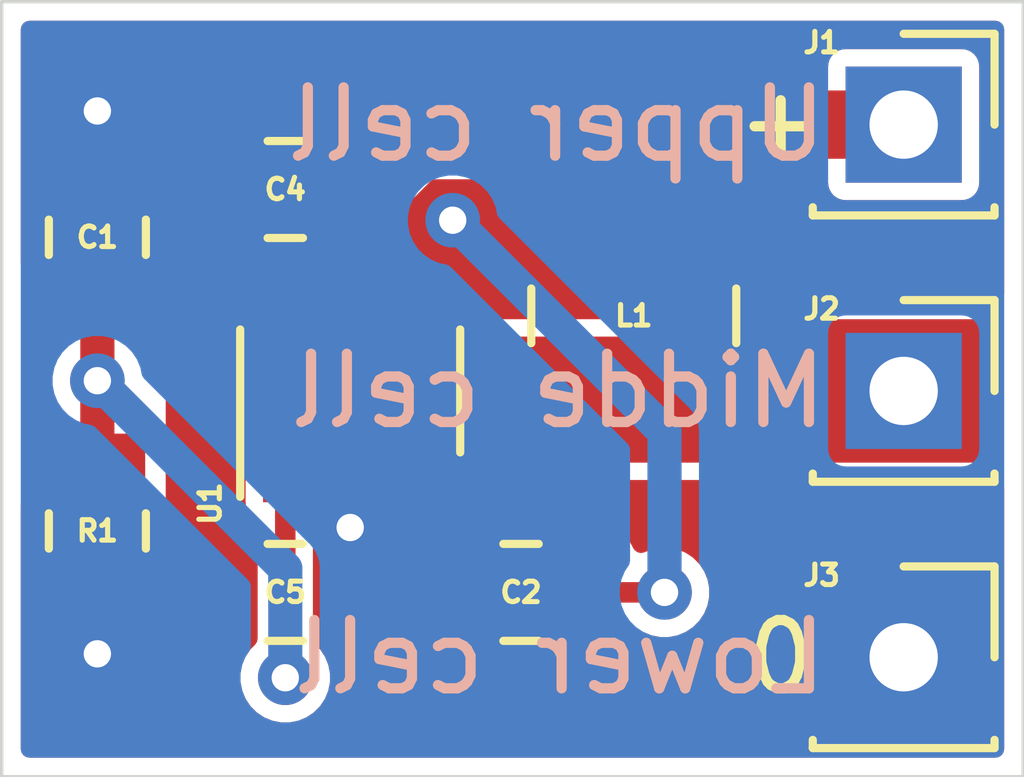
<source format=kicad_pcb>
(kicad_pcb (version 20171130) (host pcbnew 5.1.5+dfsg1-2build2)

  (general
    (thickness 1.6)
    (drawings 9)
    (tracks 22)
    (zones 0)
    (modules 10)
    (nets 7)
  )

  (page A4)
  (layers
    (0 F.Cu signal)
    (31 B.Cu signal)
    (32 B.Adhes user)
    (33 F.Adhes user)
    (34 B.Paste user)
    (35 F.Paste user)
    (36 B.SilkS user)
    (37 F.SilkS user)
    (38 B.Mask user)
    (39 F.Mask user)
    (40 Dwgs.User user)
    (41 Cmts.User user)
    (42 Eco1.User user)
    (43 Eco2.User user)
    (44 Edge.Cuts user)
    (45 Margin user)
    (46 B.CrtYd user)
    (47 F.CrtYd user)
    (48 B.Fab user hide)
    (49 F.Fab user hide)
  )

  (setup
    (last_trace_width 1)
    (user_trace_width 0.3)
    (user_trace_width 0.5)
    (user_trace_width 0.7)
    (user_trace_width 1)
    (user_trace_width 2)
    (trace_clearance 0.2)
    (zone_clearance 0.254)
    (zone_45_only no)
    (trace_min 0.2)
    (via_size 0.8)
    (via_drill 0.4)
    (via_min_size 0.4)
    (via_min_drill 0.3)
    (uvia_size 0.3)
    (uvia_drill 0.1)
    (uvias_allowed no)
    (uvia_min_size 0.2)
    (uvia_min_drill 0.1)
    (edge_width 0.05)
    (segment_width 0.2)
    (pcb_text_width 0.3)
    (pcb_text_size 1.5 1.5)
    (mod_edge_width 0.12)
    (mod_text_size 1 1)
    (mod_text_width 0.15)
    (pad_size 1.524 1.524)
    (pad_drill 0.762)
    (pad_to_mask_clearance 0.051)
    (solder_mask_min_width 0.25)
    (aux_axis_origin 0 0)
    (visible_elements FFFFFF7F)
    (pcbplotparams
      (layerselection 0x010f0_ffffffff)
      (usegerberextensions false)
      (usegerberattributes false)
      (usegerberadvancedattributes false)
      (creategerberjobfile false)
      (excludeedgelayer true)
      (linewidth 0.100000)
      (plotframeref false)
      (viasonmask false)
      (mode 1)
      (useauxorigin false)
      (hpglpennumber 1)
      (hpglpenspeed 20)
      (hpglpendiameter 15.000000)
      (psnegative false)
      (psa4output false)
      (plotreference true)
      (plotvalue true)
      (plotinvisibletext false)
      (padsonsilk false)
      (subtractmaskfromsilk false)
      (outputformat 1)
      (mirror false)
      (drillshape 0)
      (scaleselection 1)
      (outputdirectory "output/"))
  )

  (net 0 "")
  (net 1 "Net-(C1-Pad1)")
  (net 2 GND)
  (net 3 "Net-(C2-Pad2)")
  (net 4 "Net-(C2-Pad1)")
  (net 5 /UpperCell+)
  (net 6 /Middle)

  (net_class Default "This is the default net class."
    (clearance 0.2)
    (trace_width 0.25)
    (via_dia 0.8)
    (via_drill 0.4)
    (uvia_dia 0.3)
    (uvia_drill 0.1)
    (add_net /Middle)
    (add_net /UpperCell+)
    (add_net GND)
    (add_net "Net-(C1-Pad1)")
    (add_net "Net-(C2-Pad1)")
    (add_net "Net-(C2-Pad2)")
  )

  (module Capacitor_SMD:C_0805_2012Metric (layer F.Cu) (tedit 5B36C52B) (tstamp 630CCC29)
    (at 51.9 52.9 90)
    (descr "Capacitor SMD 0805 (2012 Metric), square (rectangular) end terminal, IPC_7351 nominal, (Body size source: https://docs.google.com/spreadsheets/d/1BsfQQcO9C6DZCsRaXUlFlo91Tg2WpOkGARC1WS5S8t0/edit?usp=sharing), generated with kicad-footprint-generator")
    (tags capacitor)
    (path /630C8BDC)
    (attr smd)
    (fp_text reference C1 (at 0 0 180) (layer F.SilkS)
      (effects (font (size 0.3 0.3) (thickness 0.075)))
    )
    (fp_text value 10n (at 0 1.65 90) (layer F.Fab)
      (effects (font (size 1 1) (thickness 0.15)))
    )
    (fp_line (start -1 0.6) (end -1 -0.6) (layer F.Fab) (width 0.1))
    (fp_line (start -1 -0.6) (end 1 -0.6) (layer F.Fab) (width 0.1))
    (fp_line (start 1 -0.6) (end 1 0.6) (layer F.Fab) (width 0.1))
    (fp_line (start 1 0.6) (end -1 0.6) (layer F.Fab) (width 0.1))
    (fp_line (start -0.258578 -0.71) (end 0.258578 -0.71) (layer F.SilkS) (width 0.12))
    (fp_line (start -0.258578 0.71) (end 0.258578 0.71) (layer F.SilkS) (width 0.12))
    (fp_line (start -1.68 0.95) (end -1.68 -0.95) (layer F.CrtYd) (width 0.05))
    (fp_line (start -1.68 -0.95) (end 1.68 -0.95) (layer F.CrtYd) (width 0.05))
    (fp_line (start 1.68 -0.95) (end 1.68 0.95) (layer F.CrtYd) (width 0.05))
    (fp_line (start 1.68 0.95) (end -1.68 0.95) (layer F.CrtYd) (width 0.05))
    (fp_text user %R (at 0 0 90) (layer F.Fab)
      (effects (font (size 0.5 0.5) (thickness 0.08)))
    )
    (pad 1 smd roundrect (at -0.9375 0 90) (size 0.975 1.4) (layers F.Cu F.Paste F.Mask) (roundrect_rratio 0.25)
      (net 1 "Net-(C1-Pad1)"))
    (pad 2 smd roundrect (at 0.9375 0 90) (size 0.975 1.4) (layers F.Cu F.Paste F.Mask) (roundrect_rratio 0.25)
      (net 2 GND))
    (model ${KISYS3DMOD}/Capacitor_SMD.3dshapes/C_0805_2012Metric.wrl
      (at (xyz 0 0 0))
      (scale (xyz 1 1 1))
      (rotate (xyz 0 0 0))
    )
  )

  (module Capacitor_SMD:C_0805_2012Metric (layer F.Cu) (tedit 5B36C52B) (tstamp 630CCC3A)
    (at 58.1 58.1 180)
    (descr "Capacitor SMD 0805 (2012 Metric), square (rectangular) end terminal, IPC_7351 nominal, (Body size source: https://docs.google.com/spreadsheets/d/1BsfQQcO9C6DZCsRaXUlFlo91Tg2WpOkGARC1WS5S8t0/edit?usp=sharing), generated with kicad-footprint-generator")
    (tags capacitor)
    (path /630CD265)
    (attr smd)
    (fp_text reference C2 (at 0 0) (layer F.SilkS)
      (effects (font (size 0.3 0.3) (thickness 0.075)))
    )
    (fp_text value 10n (at 0 1.65) (layer F.Fab)
      (effects (font (size 1 1) (thickness 0.15)))
    )
    (fp_text user %R (at 0 0) (layer F.Fab)
      (effects (font (size 0.5 0.5) (thickness 0.08)))
    )
    (fp_line (start 1.68 0.95) (end -1.68 0.95) (layer F.CrtYd) (width 0.05))
    (fp_line (start 1.68 -0.95) (end 1.68 0.95) (layer F.CrtYd) (width 0.05))
    (fp_line (start -1.68 -0.95) (end 1.68 -0.95) (layer F.CrtYd) (width 0.05))
    (fp_line (start -1.68 0.95) (end -1.68 -0.95) (layer F.CrtYd) (width 0.05))
    (fp_line (start -0.258578 0.71) (end 0.258578 0.71) (layer F.SilkS) (width 0.12))
    (fp_line (start -0.258578 -0.71) (end 0.258578 -0.71) (layer F.SilkS) (width 0.12))
    (fp_line (start 1 0.6) (end -1 0.6) (layer F.Fab) (width 0.1))
    (fp_line (start 1 -0.6) (end 1 0.6) (layer F.Fab) (width 0.1))
    (fp_line (start -1 -0.6) (end 1 -0.6) (layer F.Fab) (width 0.1))
    (fp_line (start -1 0.6) (end -1 -0.6) (layer F.Fab) (width 0.1))
    (pad 2 smd roundrect (at 0.9375 0 180) (size 0.975 1.4) (layers F.Cu F.Paste F.Mask) (roundrect_rratio 0.25)
      (net 3 "Net-(C2-Pad2)"))
    (pad 1 smd roundrect (at -0.9375 0 180) (size 0.975 1.4) (layers F.Cu F.Paste F.Mask) (roundrect_rratio 0.25)
      (net 4 "Net-(C2-Pad1)"))
    (model ${KISYS3DMOD}/Capacitor_SMD.3dshapes/C_0805_2012Metric.wrl
      (at (xyz 0 0 0))
      (scale (xyz 1 1 1))
      (rotate (xyz 0 0 0))
    )
  )

  (module Capacitor_SMD:C_0805_2012Metric (layer F.Cu) (tedit 5B36C52B) (tstamp 630CCC5C)
    (at 54.65 52.2 180)
    (descr "Capacitor SMD 0805 (2012 Metric), square (rectangular) end terminal, IPC_7351 nominal, (Body size source: https://docs.google.com/spreadsheets/d/1BsfQQcO9C6DZCsRaXUlFlo91Tg2WpOkGARC1WS5S8t0/edit?usp=sharing), generated with kicad-footprint-generator")
    (tags capacitor)
    (path /630D02F7)
    (attr smd)
    (fp_text reference C4 (at 0 0) (layer F.SilkS)
      (effects (font (size 0.3 0.3) (thickness 0.075)))
    )
    (fp_text value 3.3u (at 0 1.65) (layer F.Fab)
      (effects (font (size 1 1) (thickness 0.15)))
    )
    (fp_line (start -1 0.6) (end -1 -0.6) (layer F.Fab) (width 0.1))
    (fp_line (start -1 -0.6) (end 1 -0.6) (layer F.Fab) (width 0.1))
    (fp_line (start 1 -0.6) (end 1 0.6) (layer F.Fab) (width 0.1))
    (fp_line (start 1 0.6) (end -1 0.6) (layer F.Fab) (width 0.1))
    (fp_line (start -0.258578 -0.71) (end 0.258578 -0.71) (layer F.SilkS) (width 0.12))
    (fp_line (start -0.258578 0.71) (end 0.258578 0.71) (layer F.SilkS) (width 0.12))
    (fp_line (start -1.68 0.95) (end -1.68 -0.95) (layer F.CrtYd) (width 0.05))
    (fp_line (start -1.68 -0.95) (end 1.68 -0.95) (layer F.CrtYd) (width 0.05))
    (fp_line (start 1.68 -0.95) (end 1.68 0.95) (layer F.CrtYd) (width 0.05))
    (fp_line (start 1.68 0.95) (end -1.68 0.95) (layer F.CrtYd) (width 0.05))
    (fp_text user %R (at 0 0) (layer F.Fab)
      (effects (font (size 0.5 0.5) (thickness 0.08)))
    )
    (pad 1 smd roundrect (at -0.9375 0 180) (size 0.975 1.4) (layers F.Cu F.Paste F.Mask) (roundrect_rratio 0.25)
      (net 5 /UpperCell+))
    (pad 2 smd roundrect (at 0.9375 0 180) (size 0.975 1.4) (layers F.Cu F.Paste F.Mask) (roundrect_rratio 0.25)
      (net 6 /Middle))
    (model ${KISYS3DMOD}/Capacitor_SMD.3dshapes/C_0805_2012Metric.wrl
      (at (xyz 0 0 0))
      (scale (xyz 1 1 1))
      (rotate (xyz 0 0 0))
    )
  )

  (module Capacitor_SMD:C_0805_2012Metric (layer F.Cu) (tedit 5B36C52B) (tstamp 630CCC6D)
    (at 54.65 58.1)
    (descr "Capacitor SMD 0805 (2012 Metric), square (rectangular) end terminal, IPC_7351 nominal, (Body size source: https://docs.google.com/spreadsheets/d/1BsfQQcO9C6DZCsRaXUlFlo91Tg2WpOkGARC1WS5S8t0/edit?usp=sharing), generated with kicad-footprint-generator")
    (tags capacitor)
    (path /630CFCF2)
    (attr smd)
    (fp_text reference C5 (at 0 0) (layer F.SilkS)
      (effects (font (size 0.3 0.3) (thickness 0.075)))
    )
    (fp_text value 3.3u (at 0 1.65) (layer F.Fab)
      (effects (font (size 1 1) (thickness 0.15)))
    )
    (fp_text user %R (at 0 0) (layer F.Fab)
      (effects (font (size 0.5 0.5) (thickness 0.08)))
    )
    (fp_line (start 1.68 0.95) (end -1.68 0.95) (layer F.CrtYd) (width 0.05))
    (fp_line (start 1.68 -0.95) (end 1.68 0.95) (layer F.CrtYd) (width 0.05))
    (fp_line (start -1.68 -0.95) (end 1.68 -0.95) (layer F.CrtYd) (width 0.05))
    (fp_line (start -1.68 0.95) (end -1.68 -0.95) (layer F.CrtYd) (width 0.05))
    (fp_line (start -0.258578 0.71) (end 0.258578 0.71) (layer F.SilkS) (width 0.12))
    (fp_line (start -0.258578 -0.71) (end 0.258578 -0.71) (layer F.SilkS) (width 0.12))
    (fp_line (start 1 0.6) (end -1 0.6) (layer F.Fab) (width 0.1))
    (fp_line (start 1 -0.6) (end 1 0.6) (layer F.Fab) (width 0.1))
    (fp_line (start -1 -0.6) (end 1 -0.6) (layer F.Fab) (width 0.1))
    (fp_line (start -1 0.6) (end -1 -0.6) (layer F.Fab) (width 0.1))
    (pad 2 smd roundrect (at 0.9375 0) (size 0.975 1.4) (layers F.Cu F.Paste F.Mask) (roundrect_rratio 0.25)
      (net 2 GND))
    (pad 1 smd roundrect (at -0.9375 0) (size 0.975 1.4) (layers F.Cu F.Paste F.Mask) (roundrect_rratio 0.25)
      (net 6 /Middle))
    (model ${KISYS3DMOD}/Capacitor_SMD.3dshapes/C_0805_2012Metric.wrl
      (at (xyz 0 0 0))
      (scale (xyz 1 1 1))
      (rotate (xyz 0 0 0))
    )
  )

  (module Connector_PinSocket_2.54mm:PinSocket_1x01_P2.54mm_Vertical (layer F.Cu) (tedit 5A19A434) (tstamp 630CCC81)
    (at 63.7 51.25)
    (descr "Through hole straight socket strip, 1x01, 2.54mm pitch, single row (from Kicad 4.0.7), script generated")
    (tags "Through hole socket strip THT 1x01 2.54mm single row")
    (path /630D8C47)
    (fp_text reference J1 (at -1.2 -1.2) (layer F.SilkS)
      (effects (font (size 0.3 0.3) (thickness 0.075)))
    )
    (fp_text value Conn_01x01 (at 0 2.77) (layer F.Fab)
      (effects (font (size 1 1) (thickness 0.15)))
    )
    (fp_line (start -1.27 -1.27) (end 0.635 -1.27) (layer F.Fab) (width 0.1))
    (fp_line (start 0.635 -1.27) (end 1.27 -0.635) (layer F.Fab) (width 0.1))
    (fp_line (start 1.27 -0.635) (end 1.27 1.27) (layer F.Fab) (width 0.1))
    (fp_line (start 1.27 1.27) (end -1.27 1.27) (layer F.Fab) (width 0.1))
    (fp_line (start -1.27 1.27) (end -1.27 -1.27) (layer F.Fab) (width 0.1))
    (fp_line (start -1.33 1.33) (end 1.33 1.33) (layer F.SilkS) (width 0.12))
    (fp_line (start -1.33 1.21) (end -1.33 1.33) (layer F.SilkS) (width 0.12))
    (fp_line (start 1.33 1.21) (end 1.33 1.33) (layer F.SilkS) (width 0.12))
    (fp_line (start 1.33 -1.33) (end 1.33 0) (layer F.SilkS) (width 0.12))
    (fp_line (start 0 -1.33) (end 1.33 -1.33) (layer F.SilkS) (width 0.12))
    (fp_line (start -1.8 -1.8) (end 1.75 -1.8) (layer F.CrtYd) (width 0.05))
    (fp_line (start 1.75 -1.8) (end 1.75 1.75) (layer F.CrtYd) (width 0.05))
    (fp_line (start 1.75 1.75) (end -1.8 1.75) (layer F.CrtYd) (width 0.05))
    (fp_line (start -1.8 1.75) (end -1.8 -1.8) (layer F.CrtYd) (width 0.05))
    (fp_text user %R (at 0 0) (layer F.Fab)
      (effects (font (size 1 1) (thickness 0.15)))
    )
    (pad 1 thru_hole rect (at 0 0) (size 1.7 1.7) (drill 1) (layers *.Cu *.Mask)
      (net 5 /UpperCell+))
    (model ${KISYS3DMOD}/Connector_PinSocket_2.54mm.3dshapes/PinSocket_1x01_P2.54mm_Vertical.wrl
      (at (xyz 0 0 0))
      (scale (xyz 1 1 1))
      (rotate (xyz 0 0 0))
    )
  )

  (module Connector_PinSocket_2.54mm:PinSocket_1x01_P2.54mm_Vertical (layer F.Cu) (tedit 5A19A434) (tstamp 630CCC95)
    (at 63.7 55.15)
    (descr "Through hole straight socket strip, 1x01, 2.54mm pitch, single row (from Kicad 4.0.7), script generated")
    (tags "Through hole socket strip THT 1x01 2.54mm single row")
    (path /630D91F5)
    (fp_text reference J2 (at -1.2 -1.2) (layer F.SilkS)
      (effects (font (size 0.3 0.3) (thickness 0.075)))
    )
    (fp_text value Conn_01x01 (at 0 2.77) (layer F.Fab)
      (effects (font (size 1 1) (thickness 0.15)))
    )
    (fp_text user %R (at 0 0) (layer F.Fab)
      (effects (font (size 1 1) (thickness 0.15)))
    )
    (fp_line (start -1.8 1.75) (end -1.8 -1.8) (layer F.CrtYd) (width 0.05))
    (fp_line (start 1.75 1.75) (end -1.8 1.75) (layer F.CrtYd) (width 0.05))
    (fp_line (start 1.75 -1.8) (end 1.75 1.75) (layer F.CrtYd) (width 0.05))
    (fp_line (start -1.8 -1.8) (end 1.75 -1.8) (layer F.CrtYd) (width 0.05))
    (fp_line (start 0 -1.33) (end 1.33 -1.33) (layer F.SilkS) (width 0.12))
    (fp_line (start 1.33 -1.33) (end 1.33 0) (layer F.SilkS) (width 0.12))
    (fp_line (start 1.33 1.21) (end 1.33 1.33) (layer F.SilkS) (width 0.12))
    (fp_line (start -1.33 1.21) (end -1.33 1.33) (layer F.SilkS) (width 0.12))
    (fp_line (start -1.33 1.33) (end 1.33 1.33) (layer F.SilkS) (width 0.12))
    (fp_line (start -1.27 1.27) (end -1.27 -1.27) (layer F.Fab) (width 0.1))
    (fp_line (start 1.27 1.27) (end -1.27 1.27) (layer F.Fab) (width 0.1))
    (fp_line (start 1.27 -0.635) (end 1.27 1.27) (layer F.Fab) (width 0.1))
    (fp_line (start 0.635 -1.27) (end 1.27 -0.635) (layer F.Fab) (width 0.1))
    (fp_line (start -1.27 -1.27) (end 0.635 -1.27) (layer F.Fab) (width 0.1))
    (pad 1 thru_hole rect (at 0 0) (size 1.7 1.7) (drill 1) (layers *.Cu *.Mask)
      (net 6 /Middle))
    (model ${KISYS3DMOD}/Connector_PinSocket_2.54mm.3dshapes/PinSocket_1x01_P2.54mm_Vertical.wrl
      (at (xyz 0 0 0))
      (scale (xyz 1 1 1))
      (rotate (xyz 0 0 0))
    )
  )

  (module Connector_PinSocket_2.54mm:PinSocket_1x01_P2.54mm_Vertical (layer F.Cu) (tedit 5A19A434) (tstamp 630CD058)
    (at 63.7 59.05)
    (descr "Through hole straight socket strip, 1x01, 2.54mm pitch, single row (from Kicad 4.0.7), script generated")
    (tags "Through hole socket strip THT 1x01 2.54mm single row")
    (path /630D95F6)
    (fp_text reference J3 (at -1.2 -1.2) (layer F.SilkS)
      (effects (font (size 0.3 0.3) (thickness 0.075)))
    )
    (fp_text value Conn_01x01 (at 0 2.77) (layer F.Fab)
      (effects (font (size 1 1) (thickness 0.15)))
    )
    (fp_line (start -1.27 -1.27) (end 0.635 -1.27) (layer F.Fab) (width 0.1))
    (fp_line (start 0.635 -1.27) (end 1.27 -0.635) (layer F.Fab) (width 0.1))
    (fp_line (start 1.27 -0.635) (end 1.27 1.27) (layer F.Fab) (width 0.1))
    (fp_line (start 1.27 1.27) (end -1.27 1.27) (layer F.Fab) (width 0.1))
    (fp_line (start -1.27 1.27) (end -1.27 -1.27) (layer F.Fab) (width 0.1))
    (fp_line (start -1.33 1.33) (end 1.33 1.33) (layer F.SilkS) (width 0.12))
    (fp_line (start -1.33 1.21) (end -1.33 1.33) (layer F.SilkS) (width 0.12))
    (fp_line (start 1.33 1.21) (end 1.33 1.33) (layer F.SilkS) (width 0.12))
    (fp_line (start 1.33 -1.33) (end 1.33 0) (layer F.SilkS) (width 0.12))
    (fp_line (start 0 -1.33) (end 1.33 -1.33) (layer F.SilkS) (width 0.12))
    (fp_line (start -1.8 -1.8) (end 1.75 -1.8) (layer F.CrtYd) (width 0.05))
    (fp_line (start 1.75 -1.8) (end 1.75 1.75) (layer F.CrtYd) (width 0.05))
    (fp_line (start 1.75 1.75) (end -1.8 1.75) (layer F.CrtYd) (width 0.05))
    (fp_line (start -1.8 1.75) (end -1.8 -1.8) (layer F.CrtYd) (width 0.05))
    (fp_text user %R (at 0 0) (layer F.Fab)
      (effects (font (size 1 1) (thickness 0.15)))
    )
    (pad 1 thru_hole rect (at 0 0) (size 1.7 1.7) (drill 1) (layers *.Cu *.Mask)
      (net 2 GND))
    (model ${KISYS3DMOD}/Connector_PinSocket_2.54mm.3dshapes/PinSocket_1x01_P2.54mm_Vertical.wrl
      (at (xyz 0 0 0))
      (scale (xyz 1 1 1))
      (rotate (xyz 0 0 0))
    )
  )

  (module eta3000_module:SRN3030 (layer F.Cu) (tedit 630C855C) (tstamp 630CCCB1)
    (at 59.75 54.05)
    (path /630CE877)
    (fp_text reference L1 (at 0 0) (layer F.SilkS)
      (effects (font (size 0.3 0.3) (thickness 0.075)))
    )
    (fp_text value SRN3030HA-1R0Y (at 0 0 180) (layer F.Fab)
      (effects (font (size 1 1) (thickness 0.15)))
    )
    (fp_line (start -1.5 -0.4) (end -1.5 0.4) (layer F.SilkS) (width 0.12))
    (fp_line (start 1.5 -0.4) (end 1.5 0.4) (layer F.SilkS) (width 0.12))
    (pad 1 smd roundrect (at 0 -1.1) (size 3.5 1.2) (layers F.Cu F.Paste F.Mask) (roundrect_rratio 0.25)
      (net 4 "Net-(C2-Pad1)"))
    (pad 2 smd roundrect (at 0 1.1) (size 3.5 1.2) (layers F.Cu F.Paste F.Mask) (roundrect_rratio 0.25)
      (net 6 /Middle))
  )

  (module Resistor_SMD:R_0805_2012Metric (layer F.Cu) (tedit 5B36C52B) (tstamp 630CCCC2)
    (at 51.9 57.2 270)
    (descr "Resistor SMD 0805 (2012 Metric), square (rectangular) end terminal, IPC_7351 nominal, (Body size source: https://docs.google.com/spreadsheets/d/1BsfQQcO9C6DZCsRaXUlFlo91Tg2WpOkGARC1WS5S8t0/edit?usp=sharing), generated with kicad-footprint-generator")
    (tags resistor)
    (path /630C85CA)
    (attr smd)
    (fp_text reference R1 (at 0 0 180) (layer F.SilkS)
      (effects (font (size 0.3 0.3) (thickness 0.075)))
    )
    (fp_text value 500k (at 0 1.65 90) (layer F.Fab)
      (effects (font (size 1 1) (thickness 0.15)))
    )
    (fp_line (start -1 0.6) (end -1 -0.6) (layer F.Fab) (width 0.1))
    (fp_line (start -1 -0.6) (end 1 -0.6) (layer F.Fab) (width 0.1))
    (fp_line (start 1 -0.6) (end 1 0.6) (layer F.Fab) (width 0.1))
    (fp_line (start 1 0.6) (end -1 0.6) (layer F.Fab) (width 0.1))
    (fp_line (start -0.258578 -0.71) (end 0.258578 -0.71) (layer F.SilkS) (width 0.12))
    (fp_line (start -0.258578 0.71) (end 0.258578 0.71) (layer F.SilkS) (width 0.12))
    (fp_line (start -1.68 0.95) (end -1.68 -0.95) (layer F.CrtYd) (width 0.05))
    (fp_line (start -1.68 -0.95) (end 1.68 -0.95) (layer F.CrtYd) (width 0.05))
    (fp_line (start 1.68 -0.95) (end 1.68 0.95) (layer F.CrtYd) (width 0.05))
    (fp_line (start 1.68 0.95) (end -1.68 0.95) (layer F.CrtYd) (width 0.05))
    (fp_text user %R (at 0 0 90) (layer F.Fab)
      (effects (font (size 0.5 0.5) (thickness 0.08)))
    )
    (pad 1 smd roundrect (at -0.9375 0 270) (size 0.975 1.4) (layers F.Cu F.Paste F.Mask) (roundrect_rratio 0.25)
      (net 1 "Net-(C1-Pad1)"))
    (pad 2 smd roundrect (at 0.9375 0 270) (size 0.975 1.4) (layers F.Cu F.Paste F.Mask) (roundrect_rratio 0.25)
      (net 2 GND))
    (model ${KISYS3DMOD}/Resistor_SMD.3dshapes/R_0805_2012Metric.wrl
      (at (xyz 0 0 0))
      (scale (xyz 1 1 1))
      (rotate (xyz 0 0 0))
    )
  )

  (module Package_TO_SOT_SMD:SOT-23-6 (layer F.Cu) (tedit 5A02FF57) (tstamp 630CCCD8)
    (at 55.6 55.15 90)
    (descr "6-pin SOT-23 package")
    (tags SOT-23-6)
    (path /630C7D06)
    (attr smd)
    (fp_text reference U1 (at -1.65 -2.05 90) (layer F.SilkS)
      (effects (font (size 0.3 0.3) (thickness 0.075)))
    )
    (fp_text value ETA3000S2G (at 0 2.9 90) (layer F.Fab)
      (effects (font (size 1 1) (thickness 0.15)))
    )
    (fp_text user %R (at 0 0) (layer F.Fab)
      (effects (font (size 0.5 0.5) (thickness 0.075)))
    )
    (fp_line (start -0.9 1.61) (end 0.9 1.61) (layer F.SilkS) (width 0.12))
    (fp_line (start 0.9 -1.61) (end -1.55 -1.61) (layer F.SilkS) (width 0.12))
    (fp_line (start 1.9 -1.8) (end -1.9 -1.8) (layer F.CrtYd) (width 0.05))
    (fp_line (start 1.9 1.8) (end 1.9 -1.8) (layer F.CrtYd) (width 0.05))
    (fp_line (start -1.9 1.8) (end 1.9 1.8) (layer F.CrtYd) (width 0.05))
    (fp_line (start -1.9 -1.8) (end -1.9 1.8) (layer F.CrtYd) (width 0.05))
    (fp_line (start -0.9 -0.9) (end -0.25 -1.55) (layer F.Fab) (width 0.1))
    (fp_line (start 0.9 -1.55) (end -0.25 -1.55) (layer F.Fab) (width 0.1))
    (fp_line (start -0.9 -0.9) (end -0.9 1.55) (layer F.Fab) (width 0.1))
    (fp_line (start 0.9 1.55) (end -0.9 1.55) (layer F.Fab) (width 0.1))
    (fp_line (start 0.9 -1.55) (end 0.9 1.55) (layer F.Fab) (width 0.1))
    (pad 1 smd rect (at -1.1 -0.95 90) (size 1.06 0.65) (layers F.Cu F.Paste F.Mask)
      (net 1 "Net-(C1-Pad1)"))
    (pad 2 smd rect (at -1.1 0 90) (size 1.06 0.65) (layers F.Cu F.Paste F.Mask)
      (net 2 GND))
    (pad 3 smd rect (at -1.1 0.95 90) (size 1.06 0.65) (layers F.Cu F.Paste F.Mask)
      (net 3 "Net-(C2-Pad2)"))
    (pad 4 smd rect (at 1.1 0.95 90) (size 1.06 0.65) (layers F.Cu F.Paste F.Mask)
      (net 4 "Net-(C2-Pad1)"))
    (pad 6 smd rect (at 1.1 -0.95 90) (size 1.06 0.65) (layers F.Cu F.Paste F.Mask)
      (net 6 /Middle))
    (pad 5 smd rect (at 1.1 0 90) (size 1.06 0.65) (layers F.Cu F.Paste F.Mask)
      (net 5 /UpperCell+))
    (model ${KISYS3DMOD}/Package_TO_SOT_SMD.3dshapes/SOT-23-6.wrl
      (at (xyz 0 0 0))
      (scale (xyz 1 1 1))
      (rotate (xyz 0 0 0))
    )
  )

  (gr_text 0 (at 61.9 59.05) (layer F.SilkS)
    (effects (font (size 1 1) (thickness 0.15)))
  )
  (gr_text + (at 61.9 51.2) (layer F.SilkS)
    (effects (font (size 1 1) (thickness 0.15)))
  )
  (gr_text "Lower cell" (at 62.65 59.05) (layer B.SilkS)
    (effects (font (size 1 1) (thickness 0.15)) (justify left mirror))
  )
  (gr_text "Midde cell" (at 62.65 55.15) (layer B.SilkS)
    (effects (font (size 1 1) (thickness 0.15)) (justify left mirror))
  )
  (gr_text "Upper cell" (at 62.65 51.25) (layer B.SilkS)
    (effects (font (size 1 1) (thickness 0.15)) (justify left mirror))
  )
  (gr_line (start 65.45 60.8) (end 65.45 49.45) (layer Edge.Cuts) (width 0.05) (tstamp 630CD8C1))
  (gr_line (start 50.5 60.8) (end 65.45 60.8) (layer Edge.Cuts) (width 0.05))
  (gr_line (start 50.5 49.45) (end 50.5 60.8) (layer Edge.Cuts) (width 0.05))
  (gr_line (start 65.45 49.45) (end 50.5 49.45) (layer Edge.Cuts) (width 0.05))

  (via (at 54.65 59.35) (size 0.8) (drill 0.4) (layers F.Cu B.Cu) (net 1))
  (segment (start 54.65 56.25) (end 54.65 59.35) (width 0.3) (layer F.Cu) (net 1) (status 10))
  (via (at 51.9 55) (size 0.8) (drill 0.4) (layers F.Cu B.Cu) (net 1))
  (segment (start 54.65 57.75) (end 51.9 55) (width 0.5) (layer B.Cu) (net 1))
  (segment (start 54.65 59.35) (end 54.65 57.75) (width 0.5) (layer B.Cu) (net 1))
  (segment (start 51.9 55) (end 51.9 53.8375) (width 0.5) (layer F.Cu) (net 1) (status 20))
  (segment (start 51.9 56.2625) (end 51.9 55) (width 0.5) (layer F.Cu) (net 1) (status 10))
  (via (at 51.9 59) (size 0.8) (drill 0.4) (layers F.Cu B.Cu) (net 2))
  (via (at 51.9 51.05) (size 0.8) (drill 0.4) (layers F.Cu B.Cu) (net 2))
  (via (at 55.6 57.15) (size 0.8) (drill 0.4) (layers F.Cu B.Cu) (net 2))
  (segment (start 57.1625 58.1) (end 57.1625 57.6125) (width 0.5) (layer F.Cu) (net 3) (status 30))
  (segment (start 56.55 57) (end 56.55 56.25) (width 0.5) (layer F.Cu) (net 3) (status 20))
  (segment (start 57.1625 57.6125) (end 56.55 57) (width 0.5) (layer F.Cu) (net 3) (status 10))
  (via (at 60.2 58.1) (size 0.8) (drill 0.4) (layers F.Cu B.Cu) (net 4))
  (segment (start 59.0375 58.1) (end 60.2 58.1) (width 0.3) (layer F.Cu) (net 4) (status 10))
  (via (at 57.1 52.65) (size 0.8) (drill 0.4) (layers F.Cu B.Cu) (net 4))
  (segment (start 60.2 55.75) (end 57.1 52.65) (width 0.5) (layer B.Cu) (net 4))
  (segment (start 60.2 58.1) (end 60.2 55.75) (width 0.5) (layer B.Cu) (net 4))
  (segment (start 55.6 52.2125) (end 55.5875 52.2) (width 0.5) (layer F.Cu) (net 5) (status 30))
  (segment (start 55.6 54.05) (end 55.6 52.2125) (width 0.5) (layer F.Cu) (net 5) (status 30))
  (segment (start 56.5375 51.25) (end 55.5875 52.2) (width 1) (layer F.Cu) (net 5) (status 20))
  (segment (start 63.7 51.25) (end 56.5375 51.25) (width 1) (layer F.Cu) (net 5) (status 10))

  (zone (net 6) (net_name /Middle) (layer F.Cu) (tstamp 630CE414) (hatch edge 0.508)
    (priority 1)
    (connect_pads yes (clearance 0.254))
    (min_thickness 0.254)
    (fill yes (arc_segments 32) (thermal_gap 0.254) (thermal_bridge_width 0.508))
    (polygon
      (pts
        (xy 54.65 53.2) (xy 55.1 53.2) (xy 55.1 54.8) (xy 57.4 54.8) (xy 57.4 54.1)
        (xy 65 54.1) (xy 65 56.2) (xy 57.2 56.2) (xy 57.2 55.5) (xy 54.65 55.5)
        (xy 54.65 59.1) (xy 52.9 59.1) (xy 52.9 51.2) (xy 54.65 51.2)
      )
    )
    (filled_polygon
      (pts
        (xy 54.523 53.2) (xy 54.52544 53.224776) (xy 54.532667 53.248601) (xy 54.544403 53.270557) (xy 54.560197 53.289803)
        (xy 54.579443 53.305597) (xy 54.601399 53.317333) (xy 54.625224 53.32456) (xy 54.65 53.327) (xy 54.94615 53.327)
        (xy 54.921299 53.373492) (xy 54.899513 53.445311) (xy 54.892157 53.52) (xy 54.892157 54.58) (xy 54.899513 54.654689)
        (xy 54.921299 54.726508) (xy 54.956678 54.792696) (xy 54.974408 54.814301) (xy 54.97544 54.824776) (xy 54.982667 54.848601)
        (xy 54.994403 54.870557) (xy 55.010197 54.889803) (xy 55.029443 54.905597) (xy 55.051399 54.917333) (xy 55.075224 54.92456)
        (xy 55.1 54.927) (xy 55.115956 54.927) (xy 55.128492 54.933701) (xy 55.200311 54.955487) (xy 55.275 54.962843)
        (xy 55.925 54.962843) (xy 55.999689 54.955487) (xy 56.071508 54.933701) (xy 56.075 54.931834) (xy 56.078492 54.933701)
        (xy 56.150311 54.955487) (xy 56.225 54.962843) (xy 56.875 54.962843) (xy 56.949689 54.955487) (xy 57.021508 54.933701)
        (xy 57.034044 54.927) (xy 57.4 54.927) (xy 57.424776 54.92456) (xy 57.448601 54.917333) (xy 57.470557 54.905597)
        (xy 57.489803 54.889803) (xy 57.505597 54.870557) (xy 57.517333 54.848601) (xy 57.52456 54.824776) (xy 57.526218 54.807939)
        (xy 57.545802 54.801998) (xy 57.611672 54.76679) (xy 57.669408 54.719408) (xy 57.71679 54.661672) (xy 57.751998 54.595802)
        (xy 57.773679 54.524329) (xy 57.777947 54.481) (xy 61.9 54.481) (xy 61.974329 54.473679) (xy 62.045802 54.451998)
        (xy 62.111672 54.41679) (xy 62.169408 54.369408) (xy 62.21679 54.311672) (xy 62.251998 54.245802) (xy 62.257701 54.227)
        (xy 64.873 54.227) (xy 64.873 56.073) (xy 57.327 56.073) (xy 57.327 55.5) (xy 57.32456 55.475224)
        (xy 57.317333 55.451399) (xy 57.305597 55.429443) (xy 57.289803 55.410197) (xy 57.270557 55.394403) (xy 57.248601 55.382667)
        (xy 57.224776 55.37544) (xy 57.2 55.373) (xy 57.034044 55.373) (xy 57.021508 55.366299) (xy 56.949689 55.344513)
        (xy 56.875 55.337157) (xy 56.225 55.337157) (xy 56.150311 55.344513) (xy 56.078492 55.366299) (xy 56.075 55.368166)
        (xy 56.071508 55.366299) (xy 55.999689 55.344513) (xy 55.925 55.337157) (xy 55.275 55.337157) (xy 55.200311 55.344513)
        (xy 55.128492 55.366299) (xy 55.125 55.368166) (xy 55.121508 55.366299) (xy 55.049689 55.344513) (xy 54.975 55.337157)
        (xy 54.325 55.337157) (xy 54.250311 55.344513) (xy 54.178492 55.366299) (xy 54.112304 55.401678) (xy 54.054289 55.449289)
        (xy 54.006678 55.507304) (xy 53.971299 55.573492) (xy 53.949513 55.645311) (xy 53.942157 55.72) (xy 53.942157 56.78)
        (xy 53.949513 56.854689) (xy 53.971299 56.926508) (xy 54.006678 56.992696) (xy 54.054289 57.050711) (xy 54.112304 57.098322)
        (xy 54.119 57.101901) (xy 54.119001 58.776498) (xy 54.043358 58.852141) (xy 53.962603 58.973) (xy 53.027 58.973)
        (xy 53.027 51.327) (xy 54.523 51.327)
      )
    )
  )
  (zone (net 4) (net_name "Net-(C2-Pad1)") (layer F.Cu) (tstamp 630CE411) (hatch edge 0.508)
    (priority 2)
    (connect_pads yes (clearance 0.254))
    (min_thickness 0.254)
    (fill yes (arc_segments 32) (thermal_gap 0.254) (thermal_bridge_width 0.508))
    (polygon
      (pts
        (xy 61.9 54.1) (xy 57.4 54.1) (xy 57.4 54.45) (xy 56.05 54.45) (xy 56.05 52.05)
        (xy 61.9 52.05)
      )
    )
    (filled_polygon
      (pts
        (xy 61.773 53.973) (xy 57.4 53.973) (xy 57.375224 53.97544) (xy 57.351399 53.982667) (xy 57.329443 53.994403)
        (xy 57.310197 54.010197) (xy 57.294403 54.029443) (xy 57.282667 54.051399) (xy 57.27544 54.075224) (xy 57.273 54.1)
        (xy 57.273 54.323) (xy 56.307843 54.323) (xy 56.307843 53.52) (xy 56.300487 53.445311) (xy 56.278701 53.373492)
        (xy 56.243322 53.307304) (xy 56.231 53.292289) (xy 56.231 53.134868) (xy 56.274318 53.099318) (xy 56.352243 53.004366)
        (xy 56.410146 52.896037) (xy 56.445803 52.778492) (xy 56.457843 52.65625) (xy 56.457843 52.575578) (xy 56.856422 52.177)
        (xy 61.773 52.177)
      )
    )
  )
  (zone (net 2) (net_name GND) (layer F.Cu) (tstamp 630CE40E) (hatch edge 0.508)
    (connect_pads yes (clearance 0.254))
    (min_thickness 0.254)
    (fill yes (arc_segments 32) (thermal_gap 0.254) (thermal_bridge_width 0.508))
    (polygon
      (pts
        (xy 65.45 60.8) (xy 50.5 60.8) (xy 50.5 49.45) (xy 65.45 49.45)
      )
    )
    (filled_polygon
      (pts
        (xy 55.842157 56.78) (xy 55.849513 56.854689) (xy 55.871299 56.926508) (xy 55.906678 56.992696) (xy 55.916395 57.004536)
        (xy 55.919 57.03099) (xy 55.919 57.030997) (xy 55.92813 57.123697) (xy 55.964211 57.242641) (xy 56.022804 57.35226)
        (xy 56.101657 57.448343) (xy 56.125737 57.468105) (xy 56.292984 57.635352) (xy 56.292157 57.64375) (xy 56.292157 58.55625)
        (xy 56.304197 58.678492) (xy 56.339854 58.796037) (xy 56.397757 58.904366) (xy 56.475682 58.999318) (xy 56.570634 59.077243)
        (xy 56.678963 59.135146) (xy 56.796508 59.170803) (xy 56.91875 59.182843) (xy 57.40625 59.182843) (xy 57.528492 59.170803)
        (xy 57.646037 59.135146) (xy 57.754366 59.077243) (xy 57.849318 58.999318) (xy 57.927243 58.904366) (xy 57.985146 58.796037)
        (xy 58.020803 58.678492) (xy 58.032843 58.55625) (xy 58.032843 57.64375) (xy 58.167157 57.64375) (xy 58.167157 58.55625)
        (xy 58.179197 58.678492) (xy 58.214854 58.796037) (xy 58.272757 58.904366) (xy 58.350682 58.999318) (xy 58.445634 59.077243)
        (xy 58.553963 59.135146) (xy 58.671508 59.170803) (xy 58.79375 59.182843) (xy 59.28125 59.182843) (xy 59.403492 59.170803)
        (xy 59.521037 59.135146) (xy 59.629366 59.077243) (xy 59.724318 58.999318) (xy 59.802243 58.904366) (xy 59.856409 58.803028)
        (xy 59.972191 58.850987) (xy 60.123078 58.881) (xy 60.276922 58.881) (xy 60.427809 58.850987) (xy 60.569942 58.792113)
        (xy 60.697859 58.706642) (xy 60.806642 58.597859) (xy 60.892113 58.469942) (xy 60.950987 58.327809) (xy 60.981 58.176922)
        (xy 60.981 58.023078) (xy 60.950987 57.872191) (xy 60.892113 57.730058) (xy 60.806642 57.602141) (xy 60.697859 57.493358)
        (xy 60.569942 57.407887) (xy 60.427809 57.349013) (xy 60.276922 57.319) (xy 60.123078 57.319) (xy 59.972191 57.349013)
        (xy 59.856409 57.396972) (xy 59.802243 57.295634) (xy 59.724318 57.200682) (xy 59.629366 57.122757) (xy 59.521037 57.064854)
        (xy 59.403492 57.029197) (xy 59.28125 57.017157) (xy 58.79375 57.017157) (xy 58.671508 57.029197) (xy 58.553963 57.064854)
        (xy 58.445634 57.122757) (xy 58.350682 57.200682) (xy 58.272757 57.295634) (xy 58.214854 57.403963) (xy 58.179197 57.521508)
        (xy 58.167157 57.64375) (xy 58.032843 57.64375) (xy 58.020803 57.521508) (xy 57.985146 57.403963) (xy 57.927243 57.295634)
        (xy 57.849318 57.200682) (xy 57.754366 57.122757) (xy 57.646037 57.064854) (xy 57.528492 57.029197) (xy 57.465346 57.022978)
        (xy 57.254662 56.812294) (xy 57.257843 56.78) (xy 57.257843 56.581) (xy 65 56.581) (xy 65.044 56.576666)
        (xy 65.044 60.394) (xy 50.906 60.394) (xy 50.906 56.823016) (xy 50.922757 56.854366) (xy 51.000682 56.949318)
        (xy 51.095634 57.027243) (xy 51.203963 57.085146) (xy 51.321508 57.120803) (xy 51.44375 57.132843) (xy 52.35625 57.132843)
        (xy 52.478492 57.120803) (xy 52.519 57.108515) (xy 52.519 59.1) (xy 52.526321 59.174329) (xy 52.548002 59.245802)
        (xy 52.58321 59.311672) (xy 52.630592 59.369408) (xy 52.688328 59.41679) (xy 52.754198 59.451998) (xy 52.825671 59.473679)
        (xy 52.9 59.481) (xy 53.879757 59.481) (xy 53.899013 59.577809) (xy 53.957887 59.719942) (xy 54.043358 59.847859)
        (xy 54.152141 59.956642) (xy 54.280058 60.042113) (xy 54.422191 60.100987) (xy 54.573078 60.131) (xy 54.726922 60.131)
        (xy 54.877809 60.100987) (xy 55.019942 60.042113) (xy 55.147859 59.956642) (xy 55.256642 59.847859) (xy 55.342113 59.719942)
        (xy 55.400987 59.577809) (xy 55.431 59.426922) (xy 55.431 59.273078) (xy 55.400987 59.122191) (xy 55.342113 58.980058)
        (xy 55.256642 58.852141) (xy 55.181 58.776499) (xy 55.181 57.101901) (xy 55.187696 57.098322) (xy 55.245711 57.050711)
        (xy 55.293322 56.992696) (xy 55.328701 56.926508) (xy 55.350487 56.854689) (xy 55.357843 56.78) (xy 55.357843 55.881)
        (xy 55.842157 55.881)
      )
    )
    (filled_polygon
      (pts
        (xy 65.044001 53.723334) (xy 65 53.719) (xy 62.281 53.719) (xy 62.281 52.131) (xy 62.47021 52.131)
        (xy 62.474513 52.174689) (xy 62.496299 52.246508) (xy 62.531678 52.312696) (xy 62.579289 52.370711) (xy 62.637304 52.418322)
        (xy 62.703492 52.453701) (xy 62.775311 52.475487) (xy 62.85 52.482843) (xy 64.55 52.482843) (xy 64.624689 52.475487)
        (xy 64.696508 52.453701) (xy 64.762696 52.418322) (xy 64.820711 52.370711) (xy 64.868322 52.312696) (xy 64.903701 52.246508)
        (xy 64.925487 52.174689) (xy 64.932843 52.1) (xy 64.932843 50.4) (xy 64.925487 50.325311) (xy 64.903701 50.253492)
        (xy 64.868322 50.187304) (xy 64.820711 50.129289) (xy 64.762696 50.081678) (xy 64.696508 50.046299) (xy 64.624689 50.024513)
        (xy 64.55 50.017157) (xy 62.85 50.017157) (xy 62.775311 50.024513) (xy 62.703492 50.046299) (xy 62.637304 50.081678)
        (xy 62.579289 50.129289) (xy 62.531678 50.187304) (xy 62.496299 50.253492) (xy 62.474513 50.325311) (xy 62.47021 50.369)
        (xy 56.58077 50.369) (xy 56.5375 50.364738) (xy 56.49423 50.369) (xy 56.494227 50.369) (xy 56.364794 50.381748)
        (xy 56.198725 50.432125) (xy 56.045674 50.513932) (xy 55.977522 50.569863) (xy 55.911525 50.624025) (xy 55.883939 50.65764)
        (xy 55.424422 51.117157) (xy 55.34375 51.117157) (xy 55.221508 51.129197) (xy 55.103963 51.164854) (xy 55.031 51.203853)
        (xy 55.031 51.2) (xy 55.023679 51.125671) (xy 55.001998 51.054198) (xy 54.96679 50.988328) (xy 54.919408 50.930592)
        (xy 54.861672 50.88321) (xy 54.795802 50.848002) (xy 54.724329 50.826321) (xy 54.65 50.819) (xy 52.9 50.819)
        (xy 52.825671 50.826321) (xy 52.754198 50.848002) (xy 52.688328 50.88321) (xy 52.630592 50.930592) (xy 52.58321 50.988328)
        (xy 52.548002 51.054198) (xy 52.526321 51.125671) (xy 52.519 51.2) (xy 52.519 52.991485) (xy 52.478492 52.979197)
        (xy 52.35625 52.967157) (xy 51.44375 52.967157) (xy 51.321508 52.979197) (xy 51.203963 53.014854) (xy 51.095634 53.072757)
        (xy 51.000682 53.150682) (xy 50.922757 53.245634) (xy 50.906 53.276984) (xy 50.906 49.856) (xy 65.044001 49.856)
      )
    )
  )
  (zone (net 2) (net_name GND) (layer B.Cu) (tstamp 630CE40B) (hatch edge 0.508)
    (connect_pads yes (clearance 0.254))
    (min_thickness 0.254)
    (fill yes (arc_segments 32) (thermal_gap 0.254) (thermal_bridge_width 0.508))
    (polygon
      (pts
        (xy 65.45 60.8) (xy 50.5 60.8) (xy 50.5 49.45) (xy 65.45 49.45)
      )
    )
    (filled_polygon
      (pts
        (xy 65.044 60.394) (xy 50.906 60.394) (xy 50.906 54.923078) (xy 51.119 54.923078) (xy 51.119 55.076922)
        (xy 51.149013 55.227809) (xy 51.207887 55.369942) (xy 51.293358 55.497859) (xy 51.402141 55.606642) (xy 51.530058 55.692113)
        (xy 51.672191 55.750987) (xy 51.780079 55.772447) (xy 54.019001 58.01137) (xy 54.019 58.888595) (xy 53.957887 58.980058)
        (xy 53.899013 59.122191) (xy 53.869 59.273078) (xy 53.869 59.426922) (xy 53.899013 59.577809) (xy 53.957887 59.719942)
        (xy 54.043358 59.847859) (xy 54.152141 59.956642) (xy 54.280058 60.042113) (xy 54.422191 60.100987) (xy 54.573078 60.131)
        (xy 54.726922 60.131) (xy 54.877809 60.100987) (xy 55.019942 60.042113) (xy 55.147859 59.956642) (xy 55.256642 59.847859)
        (xy 55.342113 59.719942) (xy 55.400987 59.577809) (xy 55.431 59.426922) (xy 55.431 59.273078) (xy 55.400987 59.122191)
        (xy 55.342113 58.980058) (xy 55.281 58.888595) (xy 55.281 57.780987) (xy 55.284052 57.749999) (xy 55.281 57.719011)
        (xy 55.281 57.719002) (xy 55.27187 57.626302) (xy 55.235789 57.507358) (xy 55.177196 57.397739) (xy 55.158295 57.374708)
        (xy 55.118103 57.325734) (xy 55.118101 57.325732) (xy 55.098343 57.301657) (xy 55.074268 57.281899) (xy 52.672447 54.880079)
        (xy 52.650987 54.772191) (xy 52.592113 54.630058) (xy 52.506642 54.502141) (xy 52.397859 54.393358) (xy 52.269942 54.307887)
        (xy 52.127809 54.249013) (xy 51.976922 54.219) (xy 51.823078 54.219) (xy 51.672191 54.249013) (xy 51.530058 54.307887)
        (xy 51.402141 54.393358) (xy 51.293358 54.502141) (xy 51.207887 54.630058) (xy 51.149013 54.772191) (xy 51.119 54.923078)
        (xy 50.906 54.923078) (xy 50.906 52.573078) (xy 56.319 52.573078) (xy 56.319 52.726922) (xy 56.349013 52.877809)
        (xy 56.407887 53.019942) (xy 56.493358 53.147859) (xy 56.602141 53.256642) (xy 56.730058 53.342113) (xy 56.872191 53.400987)
        (xy 56.980079 53.422447) (xy 59.569001 56.01137) (xy 59.569 57.638595) (xy 59.507887 57.730058) (xy 59.449013 57.872191)
        (xy 59.419 58.023078) (xy 59.419 58.176922) (xy 59.449013 58.327809) (xy 59.507887 58.469942) (xy 59.593358 58.597859)
        (xy 59.702141 58.706642) (xy 59.830058 58.792113) (xy 59.972191 58.850987) (xy 60.123078 58.881) (xy 60.276922 58.881)
        (xy 60.427809 58.850987) (xy 60.569942 58.792113) (xy 60.697859 58.706642) (xy 60.806642 58.597859) (xy 60.892113 58.469942)
        (xy 60.950987 58.327809) (xy 60.981 58.176922) (xy 60.981 58.023078) (xy 60.950987 57.872191) (xy 60.892113 57.730058)
        (xy 60.831 57.638595) (xy 60.831 55.780987) (xy 60.834052 55.749999) (xy 60.831 55.719011) (xy 60.831 55.719002)
        (xy 60.82187 55.626302) (xy 60.785789 55.507358) (xy 60.727196 55.397739) (xy 60.668103 55.325734) (xy 60.668101 55.325732)
        (xy 60.648343 55.301657) (xy 60.624268 55.281899) (xy 59.642369 54.3) (xy 62.467157 54.3) (xy 62.467157 56)
        (xy 62.474513 56.074689) (xy 62.496299 56.146508) (xy 62.531678 56.212696) (xy 62.579289 56.270711) (xy 62.637304 56.318322)
        (xy 62.703492 56.353701) (xy 62.775311 56.375487) (xy 62.85 56.382843) (xy 64.55 56.382843) (xy 64.624689 56.375487)
        (xy 64.696508 56.353701) (xy 64.762696 56.318322) (xy 64.820711 56.270711) (xy 64.868322 56.212696) (xy 64.903701 56.146508)
        (xy 64.925487 56.074689) (xy 64.932843 56) (xy 64.932843 54.3) (xy 64.925487 54.225311) (xy 64.903701 54.153492)
        (xy 64.868322 54.087304) (xy 64.820711 54.029289) (xy 64.762696 53.981678) (xy 64.696508 53.946299) (xy 64.624689 53.924513)
        (xy 64.55 53.917157) (xy 62.85 53.917157) (xy 62.775311 53.924513) (xy 62.703492 53.946299) (xy 62.637304 53.981678)
        (xy 62.579289 54.029289) (xy 62.531678 54.087304) (xy 62.496299 54.153492) (xy 62.474513 54.225311) (xy 62.467157 54.3)
        (xy 59.642369 54.3) (xy 57.872447 52.530079) (xy 57.850987 52.422191) (xy 57.792113 52.280058) (xy 57.706642 52.152141)
        (xy 57.597859 52.043358) (xy 57.469942 51.957887) (xy 57.327809 51.899013) (xy 57.176922 51.869) (xy 57.023078 51.869)
        (xy 56.872191 51.899013) (xy 56.730058 51.957887) (xy 56.602141 52.043358) (xy 56.493358 52.152141) (xy 56.407887 52.280058)
        (xy 56.349013 52.422191) (xy 56.319 52.573078) (xy 50.906 52.573078) (xy 50.906 50.4) (xy 62.467157 50.4)
        (xy 62.467157 52.1) (xy 62.474513 52.174689) (xy 62.496299 52.246508) (xy 62.531678 52.312696) (xy 62.579289 52.370711)
        (xy 62.637304 52.418322) (xy 62.703492 52.453701) (xy 62.775311 52.475487) (xy 62.85 52.482843) (xy 64.55 52.482843)
        (xy 64.624689 52.475487) (xy 64.696508 52.453701) (xy 64.762696 52.418322) (xy 64.820711 52.370711) (xy 64.868322 52.312696)
        (xy 64.903701 52.246508) (xy 64.925487 52.174689) (xy 64.932843 52.1) (xy 64.932843 50.4) (xy 64.925487 50.325311)
        (xy 64.903701 50.253492) (xy 64.868322 50.187304) (xy 64.820711 50.129289) (xy 64.762696 50.081678) (xy 64.696508 50.046299)
        (xy 64.624689 50.024513) (xy 64.55 50.017157) (xy 62.85 50.017157) (xy 62.775311 50.024513) (xy 62.703492 50.046299)
        (xy 62.637304 50.081678) (xy 62.579289 50.129289) (xy 62.531678 50.187304) (xy 62.496299 50.253492) (xy 62.474513 50.325311)
        (xy 62.467157 50.4) (xy 50.906 50.4) (xy 50.906 49.856) (xy 65.044001 49.856)
      )
    )
  )
)

</source>
